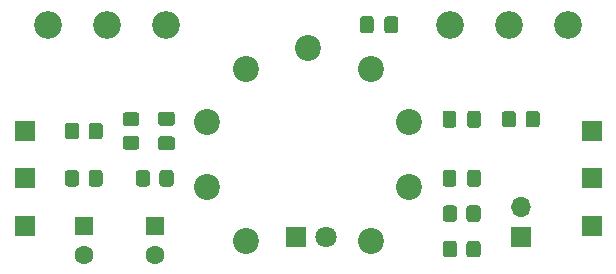
<source format=gbr>
%TF.GenerationSoftware,KiCad,Pcbnew,5.1.9-73d0e3b20d~88~ubuntu20.04.1*%
%TF.CreationDate,2021-05-22T18:00:36+02:00*%
%TF.ProjectId,ValveLord,56616c76-654c-46f7-9264-2e6b69636164,rev?*%
%TF.SameCoordinates,Original*%
%TF.FileFunction,Soldermask,Top*%
%TF.FilePolarity,Negative*%
%FSLAX46Y46*%
G04 Gerber Fmt 4.6, Leading zero omitted, Abs format (unit mm)*
G04 Created by KiCad (PCBNEW 5.1.9-73d0e3b20d~88~ubuntu20.04.1) date 2021-05-22 18:00:36*
%MOMM*%
%LPD*%
G01*
G04 APERTURE LIST*
%ADD10C,2.340000*%
%ADD11C,2.200000*%
%ADD12O,1.700000X1.700000*%
%ADD13R,1.700000X1.700000*%
%ADD14C,1.800000*%
%ADD15R,1.800000X1.800000*%
%ADD16C,1.600000*%
%ADD17R,1.600000X1.600000*%
G04 APERTURE END LIST*
D10*
%TO.C,RV2*%
X227000000Y-102000000D03*
X222000000Y-102000000D03*
X217000000Y-102000000D03*
%TD*%
%TO.C,RV1*%
X193000000Y-102000000D03*
X188000000Y-102000000D03*
X183000000Y-102000000D03*
%TD*%
D11*
%TO.C,U1*%
X199710000Y-120280000D03*
X196440000Y-115780000D03*
X196440000Y-110220000D03*
X199710000Y-105720000D03*
X205000000Y-104000000D03*
X210290000Y-105720000D03*
X213560000Y-110220000D03*
X213560000Y-115780000D03*
X210290000Y-120280000D03*
%TD*%
D12*
%TO.C,J7*%
X223000000Y-117460000D03*
D13*
X223000000Y-120000000D03*
%TD*%
%TO.C,R4*%
G36*
G01*
X192400000Y-115450001D02*
X192400000Y-114549999D01*
G75*
G02*
X192649999Y-114300000I249999J0D01*
G01*
X193350001Y-114300000D01*
G75*
G02*
X193600000Y-114549999I0J-249999D01*
G01*
X193600000Y-115450001D01*
G75*
G02*
X193350001Y-115700000I-249999J0D01*
G01*
X192649999Y-115700000D01*
G75*
G02*
X192400000Y-115450001I0J249999D01*
G01*
G37*
G36*
G01*
X190400000Y-115450001D02*
X190400000Y-114549999D01*
G75*
G02*
X190649999Y-114300000I249999J0D01*
G01*
X191350001Y-114300000D01*
G75*
G02*
X191600000Y-114549999I0J-249999D01*
G01*
X191600000Y-115450001D01*
G75*
G02*
X191350001Y-115700000I-249999J0D01*
G01*
X190649999Y-115700000D01*
G75*
G02*
X190400000Y-115450001I0J249999D01*
G01*
G37*
%TD*%
%TO.C,R3*%
G36*
G01*
X189549999Y-111400000D02*
X190450001Y-111400000D01*
G75*
G02*
X190700000Y-111649999I0J-249999D01*
G01*
X190700000Y-112350001D01*
G75*
G02*
X190450001Y-112600000I-249999J0D01*
G01*
X189549999Y-112600000D01*
G75*
G02*
X189300000Y-112350001I0J249999D01*
G01*
X189300000Y-111649999D01*
G75*
G02*
X189549999Y-111400000I249999J0D01*
G01*
G37*
G36*
G01*
X189549999Y-109400000D02*
X190450001Y-109400000D01*
G75*
G02*
X190700000Y-109649999I0J-249999D01*
G01*
X190700000Y-110350001D01*
G75*
G02*
X190450001Y-110600000I-249999J0D01*
G01*
X189549999Y-110600000D01*
G75*
G02*
X189300000Y-110350001I0J249999D01*
G01*
X189300000Y-109649999D01*
G75*
G02*
X189549999Y-109400000I249999J0D01*
G01*
G37*
%TD*%
%TO.C,R2*%
G36*
G01*
X217600000Y-120549999D02*
X217600000Y-121450001D01*
G75*
G02*
X217350001Y-121700000I-249999J0D01*
G01*
X216649999Y-121700000D01*
G75*
G02*
X216400000Y-121450001I0J249999D01*
G01*
X216400000Y-120549999D01*
G75*
G02*
X216649999Y-120300000I249999J0D01*
G01*
X217350001Y-120300000D01*
G75*
G02*
X217600000Y-120549999I0J-249999D01*
G01*
G37*
G36*
G01*
X219600000Y-120549999D02*
X219600000Y-121450001D01*
G75*
G02*
X219350001Y-121700000I-249999J0D01*
G01*
X218649999Y-121700000D01*
G75*
G02*
X218400000Y-121450001I0J249999D01*
G01*
X218400000Y-120549999D01*
G75*
G02*
X218649999Y-120300000I249999J0D01*
G01*
X219350001Y-120300000D01*
G75*
G02*
X219600000Y-120549999I0J-249999D01*
G01*
G37*
%TD*%
%TO.C,R1*%
G36*
G01*
X222600000Y-109549999D02*
X222600000Y-110450001D01*
G75*
G02*
X222350001Y-110700000I-249999J0D01*
G01*
X221649999Y-110700000D01*
G75*
G02*
X221400000Y-110450001I0J249999D01*
G01*
X221400000Y-109549999D01*
G75*
G02*
X221649999Y-109300000I249999J0D01*
G01*
X222350001Y-109300000D01*
G75*
G02*
X222600000Y-109549999I0J-249999D01*
G01*
G37*
G36*
G01*
X224600000Y-109549999D02*
X224600000Y-110450001D01*
G75*
G02*
X224350001Y-110700000I-249999J0D01*
G01*
X223649999Y-110700000D01*
G75*
G02*
X223400000Y-110450001I0J249999D01*
G01*
X223400000Y-109549999D01*
G75*
G02*
X223649999Y-109300000I249999J0D01*
G01*
X224350001Y-109300000D01*
G75*
G02*
X224600000Y-109549999I0J-249999D01*
G01*
G37*
%TD*%
%TO.C,C4*%
G36*
G01*
X210550000Y-101525000D02*
X210550000Y-102475000D01*
G75*
G02*
X210300000Y-102725000I-250000J0D01*
G01*
X209625000Y-102725000D01*
G75*
G02*
X209375000Y-102475000I0J250000D01*
G01*
X209375000Y-101525000D01*
G75*
G02*
X209625000Y-101275000I250000J0D01*
G01*
X210300000Y-101275000D01*
G75*
G02*
X210550000Y-101525000I0J-250000D01*
G01*
G37*
G36*
G01*
X212625000Y-101525000D02*
X212625000Y-102475000D01*
G75*
G02*
X212375000Y-102725000I-250000J0D01*
G01*
X211700000Y-102725000D01*
G75*
G02*
X211450000Y-102475000I0J250000D01*
G01*
X211450000Y-101525000D01*
G75*
G02*
X211700000Y-101275000I250000J0D01*
G01*
X212375000Y-101275000D01*
G75*
G02*
X212625000Y-101525000I0J-250000D01*
G01*
G37*
%TD*%
%TO.C,C3*%
G36*
G01*
X192525000Y-111450000D02*
X193475000Y-111450000D01*
G75*
G02*
X193725000Y-111700000I0J-250000D01*
G01*
X193725000Y-112375000D01*
G75*
G02*
X193475000Y-112625000I-250000J0D01*
G01*
X192525000Y-112625000D01*
G75*
G02*
X192275000Y-112375000I0J250000D01*
G01*
X192275000Y-111700000D01*
G75*
G02*
X192525000Y-111450000I250000J0D01*
G01*
G37*
G36*
G01*
X192525000Y-109375000D02*
X193475000Y-109375000D01*
G75*
G02*
X193725000Y-109625000I0J-250000D01*
G01*
X193725000Y-110300000D01*
G75*
G02*
X193475000Y-110550000I-250000J0D01*
G01*
X192525000Y-110550000D01*
G75*
G02*
X192275000Y-110300000I0J250000D01*
G01*
X192275000Y-109625000D01*
G75*
G02*
X192525000Y-109375000I250000J0D01*
G01*
G37*
%TD*%
%TO.C,C1*%
G36*
G01*
X218450000Y-115475000D02*
X218450000Y-114525000D01*
G75*
G02*
X218700000Y-114275000I250000J0D01*
G01*
X219375000Y-114275000D01*
G75*
G02*
X219625000Y-114525000I0J-250000D01*
G01*
X219625000Y-115475000D01*
G75*
G02*
X219375000Y-115725000I-250000J0D01*
G01*
X218700000Y-115725000D01*
G75*
G02*
X218450000Y-115475000I0J250000D01*
G01*
G37*
G36*
G01*
X216375000Y-115475000D02*
X216375000Y-114525000D01*
G75*
G02*
X216625000Y-114275000I250000J0D01*
G01*
X217300000Y-114275000D01*
G75*
G02*
X217550000Y-114525000I0J-250000D01*
G01*
X217550000Y-115475000D01*
G75*
G02*
X217300000Y-115725000I-250000J0D01*
G01*
X216625000Y-115725000D01*
G75*
G02*
X216375000Y-115475000I0J250000D01*
G01*
G37*
%TD*%
%TO.C,R7*%
G36*
G01*
X217600000Y-117549999D02*
X217600000Y-118450001D01*
G75*
G02*
X217350001Y-118700000I-249999J0D01*
G01*
X216649999Y-118700000D01*
G75*
G02*
X216400000Y-118450001I0J249999D01*
G01*
X216400000Y-117549999D01*
G75*
G02*
X216649999Y-117300000I249999J0D01*
G01*
X217350001Y-117300000D01*
G75*
G02*
X217600000Y-117549999I0J-249999D01*
G01*
G37*
G36*
G01*
X219600000Y-117549999D02*
X219600000Y-118450001D01*
G75*
G02*
X219350001Y-118700000I-249999J0D01*
G01*
X218649999Y-118700000D01*
G75*
G02*
X218400000Y-118450001I0J249999D01*
G01*
X218400000Y-117549999D01*
G75*
G02*
X218649999Y-117300000I249999J0D01*
G01*
X219350001Y-117300000D01*
G75*
G02*
X219600000Y-117549999I0J-249999D01*
G01*
G37*
%TD*%
%TO.C,R6*%
G36*
G01*
X186400000Y-111450001D02*
X186400000Y-110549999D01*
G75*
G02*
X186649999Y-110300000I249999J0D01*
G01*
X187350001Y-110300000D01*
G75*
G02*
X187600000Y-110549999I0J-249999D01*
G01*
X187600000Y-111450001D01*
G75*
G02*
X187350001Y-111700000I-249999J0D01*
G01*
X186649999Y-111700000D01*
G75*
G02*
X186400000Y-111450001I0J249999D01*
G01*
G37*
G36*
G01*
X184400000Y-111450001D02*
X184400000Y-110549999D01*
G75*
G02*
X184649999Y-110300000I249999J0D01*
G01*
X185350001Y-110300000D01*
G75*
G02*
X185600000Y-110549999I0J-249999D01*
G01*
X185600000Y-111450001D01*
G75*
G02*
X185350001Y-111700000I-249999J0D01*
G01*
X184649999Y-111700000D01*
G75*
G02*
X184400000Y-111450001I0J249999D01*
G01*
G37*
%TD*%
%TO.C,R5*%
G36*
G01*
X185600000Y-114549999D02*
X185600000Y-115450001D01*
G75*
G02*
X185350001Y-115700000I-249999J0D01*
G01*
X184649999Y-115700000D01*
G75*
G02*
X184400000Y-115450001I0J249999D01*
G01*
X184400000Y-114549999D01*
G75*
G02*
X184649999Y-114300000I249999J0D01*
G01*
X185350001Y-114300000D01*
G75*
G02*
X185600000Y-114549999I0J-249999D01*
G01*
G37*
G36*
G01*
X187600000Y-114549999D02*
X187600000Y-115450001D01*
G75*
G02*
X187350001Y-115700000I-249999J0D01*
G01*
X186649999Y-115700000D01*
G75*
G02*
X186400000Y-115450001I0J249999D01*
G01*
X186400000Y-114549999D01*
G75*
G02*
X186649999Y-114300000I249999J0D01*
G01*
X187350001Y-114300000D01*
G75*
G02*
X187600000Y-114549999I0J-249999D01*
G01*
G37*
%TD*%
%TO.C,J6*%
X181000000Y-119000000D03*
%TD*%
D14*
%TO.C,D1*%
X206540000Y-120000000D03*
D15*
X204000000Y-120000000D03*
%TD*%
%TO.C,C6*%
G36*
G01*
X217550000Y-109525000D02*
X217550000Y-110475000D01*
G75*
G02*
X217300000Y-110725000I-250000J0D01*
G01*
X216625000Y-110725000D01*
G75*
G02*
X216375000Y-110475000I0J250000D01*
G01*
X216375000Y-109525000D01*
G75*
G02*
X216625000Y-109275000I250000J0D01*
G01*
X217300000Y-109275000D01*
G75*
G02*
X217550000Y-109525000I0J-250000D01*
G01*
G37*
G36*
G01*
X219625000Y-109525000D02*
X219625000Y-110475000D01*
G75*
G02*
X219375000Y-110725000I-250000J0D01*
G01*
X218700000Y-110725000D01*
G75*
G02*
X218450000Y-110475000I0J250000D01*
G01*
X218450000Y-109525000D01*
G75*
G02*
X218700000Y-109275000I250000J0D01*
G01*
X219375000Y-109275000D01*
G75*
G02*
X219625000Y-109525000I0J-250000D01*
G01*
G37*
%TD*%
D16*
%TO.C,C5*%
X192000000Y-121500000D03*
D17*
X192000000Y-119000000D03*
%TD*%
D13*
%TO.C,J5*%
X229000000Y-115000000D03*
%TD*%
%TO.C,J3*%
X229000000Y-119000000D03*
%TD*%
%TO.C,J1*%
X181000000Y-111000000D03*
%TD*%
%TO.C,J2*%
X181000000Y-115000000D03*
%TD*%
%TO.C,J4*%
X229000000Y-111000000D03*
%TD*%
D16*
%TO.C,C2*%
X186000000Y-121500000D03*
D17*
X186000000Y-119000000D03*
%TD*%
M02*

</source>
